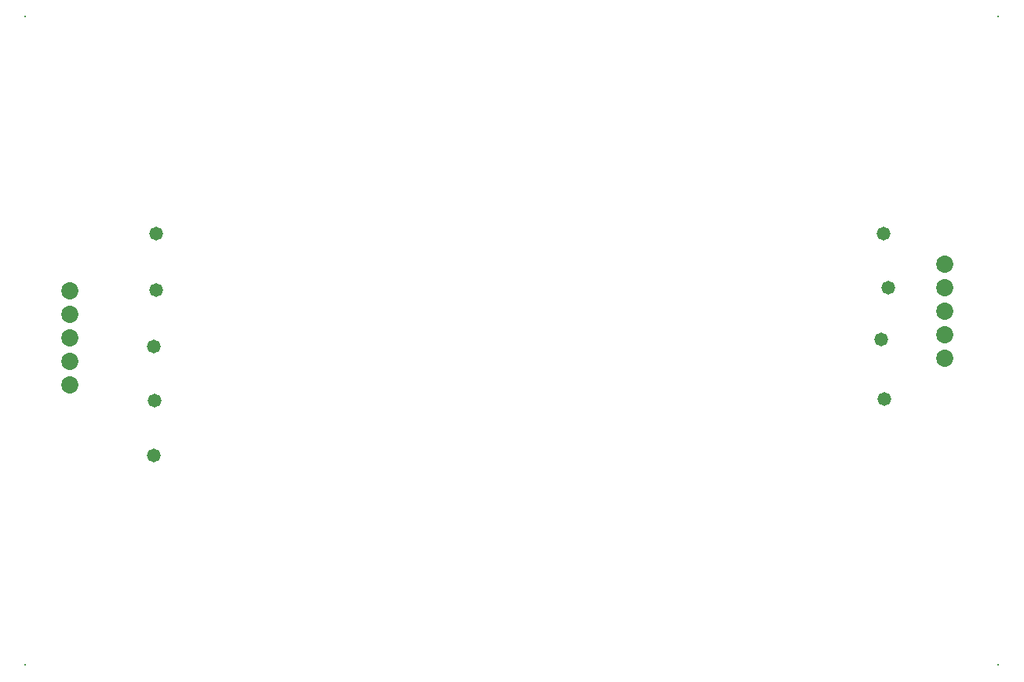
<source format=gbr>
%TF.GenerationSoftware,Altium Limited,Altium Designer,24.0.1 (36)*%
G04 Layer_Color=16711935*
%FSLAX45Y45*%
%MOMM*%
%TF.SameCoordinates,3215C8D0-E6B2-4662-8DC9-F85C750AE4ED*%
%TF.FilePolarity,Negative*%
%TF.FileFunction,Soldermask,Bot*%
%TF.Part,Single*%
G01*
G75*
%TA.AperFunction,ComponentPad*%
%ADD20C,1.85420*%
%TA.AperFunction,WasherPad*%
%ADD21C,0.20320*%
%TA.AperFunction,ViaPad*%
%ADD22C,1.47320*%
D20*
X13919200Y8331200D02*
D03*
Y7315200D02*
D03*
Y7569200D02*
D03*
Y7823200D02*
D03*
Y8077200D02*
D03*
X4483100Y8039100D02*
D03*
Y7023100D02*
D03*
Y7277100D02*
D03*
Y7531100D02*
D03*
Y7785100D02*
D03*
D21*
X4000000Y4000000D02*
D03*
X14500000D02*
D03*
Y11000000D02*
D03*
X4000000D02*
D03*
D22*
X5410200Y8661400D02*
D03*
X5384800Y6261100D02*
D03*
X5410200Y8051800D02*
D03*
X5384800Y7442200D02*
D03*
X5397500Y6858000D02*
D03*
X13271500Y6870700D02*
D03*
X13233400Y7518400D02*
D03*
X13309599Y8077200D02*
D03*
X13258800Y8661400D02*
D03*
%TF.MD5,e3fc34c3279e10780424e2f914bf4afc*%
M02*

</source>
